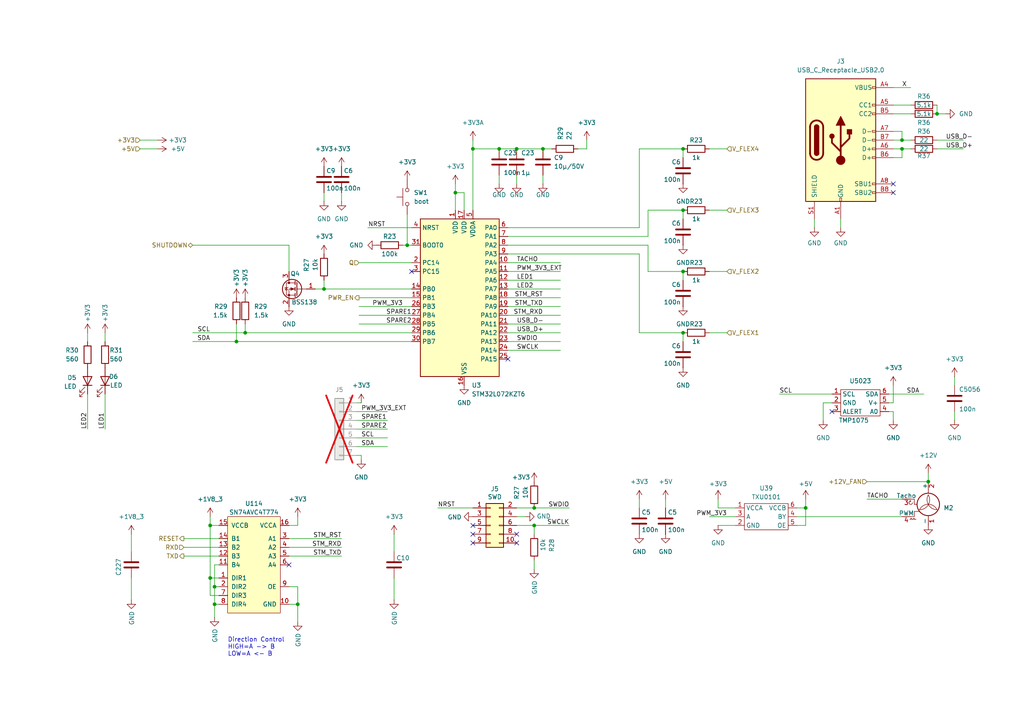
<source format=kicad_sch>
(kicad_sch (version 20231120) (generator "eeschema") (generator_version "8.0")
  (paper "A4")
  (junction (at 93.98 83.82))
  (junction (at 198.12 78.74))
  (junction (at 269.24 139.7))
  (junction (at 261.62 40.64))
  (junction (at 71.12 96.52))
  (junction (at 198.12 43.18))
  (junction (at 86.36 175.26))
  (junction (at 149.86 43.18))
  (junction (at 261.62 43.18))
  (junction (at 137.16 43.18))
  (junction (at 233.68 147.32))
  (junction (at 60.96 152.4))
  (junction (at 198.12 96.52))
  (junction (at 62.23 170.18))
  (junction (at 144.78 43.18))
  (junction (at 154.94 147.32))
  (junction (at 60.96 167.64))
  (junction (at 157.48 43.18))
  (junction (at 62.23 175.26))
  (junction (at 154.94 152.4))
  (junction (at 132.08 55.88))
  (junction (at 198.12 60.96))
  (junction (at 68.58 99.06))
  (junction (at 271.78 33.02))
  (junction (at 118.11 71.12))
  (no_connect (at 259.08 55.88))
  (no_connect (at 83.82 163.83))
  (no_connect (at 137.16 157.48))
  (no_connect (at 119.38 78.74))
  (no_connect (at 137.16 154.94))
  (no_connect (at 149.86 157.48))
  (no_connect (at 241.3 119.38))
  (no_connect (at 149.86 154.94))
  (no_connect (at 259.08 53.34))
  (no_connect (at 137.16 152.4))
  (no_connect (at 147.32 104.14))
  (wire (pts (xy 137.16 43.18) (xy 137.16 60.96)))
  (wire (pts (xy 231.14 147.32) (xy 233.68 147.32)))
  (wire (pts (xy 62.23 170.18) (xy 62.23 175.26)))
  (wire (pts (xy 238.76 116.84) (xy 238.76 121.92)))
  (wire (pts (xy 71.12 93.98) (xy 71.12 96.52)))
  (wire (pts (xy 60.96 167.64) (xy 63.5 167.64)))
  (wire (pts (xy 116.84 71.12) (xy 118.11 71.12)))
  (wire (pts (xy 60.96 167.64) (xy 60.96 172.72)))
  (wire (pts (xy 259.08 33.02) (xy 264.16 33.02)))
  (wire (pts (xy 185.42 43.18) (xy 185.42 66.04)))
  (wire (pts (xy 193.04 144.78) (xy 193.04 147.32)))
  (wire (pts (xy 276.86 119.38) (xy 276.86 121.92)))
  (wire (pts (xy 147.32 76.2) (xy 162.56 76.2)))
  (wire (pts (xy 83.82 158.75) (xy 99.06 158.75)))
  (wire (pts (xy 93.98 83.82) (xy 119.38 83.82)))
  (wire (pts (xy 185.42 73.66) (xy 185.42 96.52)))
  (wire (pts (xy 198.12 43.18) (xy 198.12 45.72)))
  (wire (pts (xy 208.28 152.4) (xy 213.36 152.4)))
  (wire (pts (xy 132.08 53.34) (xy 132.08 55.88)))
  (wire (pts (xy 233.68 152.4) (xy 233.68 147.32)))
  (wire (pts (xy 269.24 137.16) (xy 269.24 139.7)))
  (wire (pts (xy 187.96 60.96) (xy 187.96 68.58)))
  (wire (pts (xy 147.32 86.36) (xy 162.56 86.36)))
  (wire (pts (xy 152.4 149.86) (xy 149.86 149.86)))
  (wire (pts (xy 147.32 96.52) (xy 162.56 96.52)))
  (wire (pts (xy 104.14 86.36) (xy 119.38 86.36)))
  (wire (pts (xy 261.62 40.64) (xy 264.16 40.64)))
  (wire (pts (xy 147.32 99.06) (xy 162.56 99.06)))
  (wire (pts (xy 104.14 91.44) (xy 119.38 91.44)))
  (wire (pts (xy 205.74 78.74) (xy 210.82 78.74)))
  (wire (pts (xy 127 147.32) (xy 137.16 147.32)))
  (wire (pts (xy 149.86 43.18) (xy 157.48 43.18)))
  (wire (pts (xy 104.775 132.08) (xy 104.775 133.35)))
  (wire (pts (xy 86.36 149.86) (xy 86.36 152.4)))
  (wire (pts (xy 147.32 93.98) (xy 162.56 93.98)))
  (wire (pts (xy 154.94 147.32) (xy 149.86 147.32)))
  (wire (pts (xy 86.36 170.18) (xy 86.36 175.26)))
  (wire (pts (xy 257.81 114.3) (xy 267.97 114.3)))
  (wire (pts (xy 147.32 66.04) (xy 185.42 66.04)))
  (wire (pts (xy 103.505 129.54) (xy 112.395 129.54)))
  (wire (pts (xy 68.58 93.98) (xy 68.58 99.06)))
  (wire (pts (xy 236.22 63.5) (xy 236.22 66.04)))
  (wire (pts (xy 147.32 81.28) (xy 162.56 81.28)))
  (wire (pts (xy 261.62 38.1) (xy 261.62 40.64)))
  (wire (pts (xy 25.4 96.52) (xy 25.4 99.06)))
  (wire (pts (xy 205.74 96.52) (xy 210.82 96.52)))
  (wire (pts (xy 103.505 116.84) (xy 104.775 116.84)))
  (wire (pts (xy 104.14 88.9) (xy 119.38 88.9)))
  (wire (pts (xy 93.98 81.28) (xy 93.98 83.82)))
  (wire (pts (xy 276.86 109.22) (xy 276.86 111.76)))
  (wire (pts (xy 149.86 50.8) (xy 149.86 53.34)))
  (wire (pts (xy 147.32 73.66) (xy 185.42 73.66)))
  (wire (pts (xy 103.505 132.08) (xy 104.775 132.08)))
  (wire (pts (xy 25.4 114.3) (xy 25.4 124.46)))
  (wire (pts (xy 103.505 124.46) (xy 112.395 124.46)))
  (wire (pts (xy 62.23 163.83) (xy 62.23 170.18)))
  (wire (pts (xy 243.84 63.5) (xy 243.84 66.04)))
  (wire (pts (xy 187.96 78.74) (xy 198.12 78.74)))
  (wire (pts (xy 103.505 127) (xy 112.395 127)))
  (wire (pts (xy 144.78 50.8) (xy 144.78 53.34)))
  (wire (pts (xy 93.98 55.88) (xy 93.98 58.42)))
  (wire (pts (xy 99.06 55.88) (xy 99.06 58.42)))
  (wire (pts (xy 147.32 78.74) (xy 162.56 78.74)))
  (wire (pts (xy 198.12 78.74) (xy 198.12 81.28)))
  (wire (pts (xy 106.68 66.04) (xy 119.38 66.04)))
  (wire (pts (xy 187.96 60.96) (xy 198.12 60.96)))
  (wire (pts (xy 165.1 152.4) (xy 154.94 152.4)))
  (wire (pts (xy 157.48 50.8) (xy 157.48 53.34)))
  (wire (pts (xy 68.58 99.06) (xy 119.38 99.06)))
  (wire (pts (xy 261.62 45.72) (xy 259.08 45.72)))
  (wire (pts (xy 271.78 43.18) (xy 279.4 43.18)))
  (wire (pts (xy 154.94 152.4) (xy 149.86 152.4)))
  (wire (pts (xy 154.94 162.56) (xy 154.94 165.1)))
  (wire (pts (xy 60.96 152.4) (xy 60.96 167.64)))
  (wire (pts (xy 144.78 43.18) (xy 149.86 43.18)))
  (wire (pts (xy 83.82 170.18) (xy 86.36 170.18)))
  (wire (pts (xy 147.32 68.58) (xy 187.96 68.58)))
  (wire (pts (xy 134.62 55.88) (xy 132.08 55.88)))
  (wire (pts (xy 198.12 96.52) (xy 198.12 99.06)))
  (wire (pts (xy 83.82 175.26) (xy 86.36 175.26)))
  (wire (pts (xy 147.32 83.82) (xy 162.56 83.82)))
  (wire (pts (xy 137.16 43.18) (xy 144.78 43.18)))
  (wire (pts (xy 185.42 43.18) (xy 198.12 43.18)))
  (wire (pts (xy 71.12 96.52) (xy 119.38 96.52)))
  (wire (pts (xy 187.96 71.12) (xy 187.96 78.74)))
  (wire (pts (xy 118.11 71.12) (xy 119.38 71.12)))
  (wire (pts (xy 185.42 144.78) (xy 185.42 147.32)))
  (wire (pts (xy 104.14 76.2) (xy 119.38 76.2)))
  (wire (pts (xy 40.64 43.18) (xy 45.72 43.18)))
  (wire (pts (xy 114.3 154.94) (xy 114.3 160.02)))
  (wire (pts (xy 83.82 156.21) (xy 99.06 156.21)))
  (wire (pts (xy 38.1 154.94) (xy 38.1 160.02)))
  (wire (pts (xy 251.46 139.7) (xy 269.24 139.7)))
  (wire (pts (xy 231.14 152.4) (xy 233.68 152.4)))
  (wire (pts (xy 55.88 99.06) (xy 68.58 99.06)))
  (wire (pts (xy 226.06 114.3) (xy 241.3 114.3)))
  (wire (pts (xy 60.96 149.86) (xy 60.96 152.4)))
  (wire (pts (xy 261.62 40.64) (xy 259.08 40.64)))
  (wire (pts (xy 63.5 163.83) (xy 62.23 163.83)))
  (wire (pts (xy 134.62 55.88) (xy 134.62 60.96)))
  (wire (pts (xy 83.82 161.29) (xy 99.06 161.29)))
  (wire (pts (xy 62.23 175.26) (xy 62.23 179.07)))
  (wire (pts (xy 55.88 96.52) (xy 71.12 96.52)))
  (wire (pts (xy 38.1 167.64) (xy 38.1 173.99)))
  (wire (pts (xy 257.81 116.84) (xy 259.08 116.84)))
  (wire (pts (xy 30.48 114.3) (xy 30.48 124.46)))
  (wire (pts (xy 259.08 38.1) (xy 261.62 38.1)))
  (wire (pts (xy 147.32 91.44) (xy 162.56 91.44)))
  (wire (pts (xy 154.94 154.94) (xy 154.94 152.4)))
  (wire (pts (xy 147.32 71.12) (xy 187.96 71.12)))
  (wire (pts (xy 208.28 144.78) (xy 208.28 147.32)))
  (wire (pts (xy 62.23 175.26) (xy 63.5 175.26)))
  (wire (pts (xy 53.34 161.29) (xy 63.5 161.29)))
  (wire (pts (xy 40.64 40.64) (xy 45.72 40.64)))
  (wire (pts (xy 205.74 43.18) (xy 210.82 43.18)))
  (wire (pts (xy 63.5 172.72) (xy 60.96 172.72)))
  (wire (pts (xy 261.62 43.18) (xy 261.62 45.72)))
  (wire (pts (xy 170.18 40.64) (xy 170.18 43.18)))
  (wire (pts (xy 103.505 121.92) (xy 112.395 121.92)))
  (wire (pts (xy 60.96 152.4) (xy 63.5 152.4)))
  (wire (pts (xy 271.78 30.48) (xy 271.78 33.02)))
  (wire (pts (xy 233.68 147.32) (xy 233.68 144.78)))
  (wire (pts (xy 147.32 101.6) (xy 162.56 101.6)))
  (wire (pts (xy 104.14 93.98) (xy 119.38 93.98)))
  (wire (pts (xy 86.36 152.4) (xy 83.82 152.4)))
  (wire (pts (xy 157.48 43.18) (xy 160.02 43.18)))
  (wire (pts (xy 198.12 60.96) (xy 198.12 63.5)))
  (wire (pts (xy 137.16 40.64) (xy 137.16 43.18)))
  (wire (pts (xy 53.34 156.21) (xy 63.5 156.21)))
  (wire (pts (xy 114.3 167.64) (xy 114.3 173.99)))
  (wire (pts (xy 259.08 30.48) (xy 264.16 30.48)))
  (wire (pts (xy 205.74 149.86) (xy 213.36 149.86)))
  (wire (pts (xy 231.14 149.86) (xy 261.62 149.86)))
  (wire (pts (xy 205.74 60.96) (xy 210.82 60.96)))
  (wire (pts (xy 103.505 119.38) (xy 112.395 119.38)))
  (wire (pts (xy 91.44 83.82) (xy 93.98 83.82)))
  (wire (pts (xy 271.78 40.64) (xy 279.4 40.64)))
  (wire (pts (xy 259.08 119.38) (xy 259.08 121.92)))
  (wire (pts (xy 53.34 158.75) (xy 63.5 158.75)))
  (wire (pts (xy 165.1 147.32) (xy 154.94 147.32)))
  (wire (pts (xy 259.08 43.18) (xy 261.62 43.18)))
  (wire (pts (xy 261.62 43.18) (xy 264.16 43.18)))
  (wire (pts (xy 83.82 71.12) (xy 83.82 78.74)))
  (wire (pts (xy 208.28 147.32) (xy 213.36 147.32)))
  (wire (pts (xy 259.08 25.4) (xy 264.16 25.4)))
  (wire (pts (xy 271.78 33.02) (xy 274.32 33.02)))
  (wire (pts (xy 55.88 71.12) (xy 83.82 71.12)))
  (wire (pts (xy 251.46 144.78) (xy 261.62 144.78)))
  (wire (pts (xy 62.23 170.18) (xy 63.5 170.18)))
  (wire (pts (xy 170.18 43.18) (xy 167.64 43.18)))
  (wire (pts (xy 132.08 55.88) (xy 132.08 60.96)))
  (wire (pts (xy 259.08 116.84) (xy 259.08 111.76)))
  (wire (pts (xy 147.32 88.9) (xy 162.56 88.9)))
  (wire (pts (xy 257.81 119.38) (xy 259.08 119.38)))
  (wire (pts (xy 30.48 96.52) (xy 30.48 99.06)))
  (wire (pts (xy 118.11 62.23) (xy 118.11 71.12)))
  (wire (pts (xy 86.36 175.26) (xy 86.36 180.34)))
  (wire (pts (xy 185.42 96.52) (xy 198.12 96.52)))
  (wire (pts (xy 241.3 116.84) (xy 238.76 116.84)))
  (text "Direction Control\nHIGH=A -> B\nLOW=A <- B" (at 66.04 190.5 0) (effects (font (size 1.27 1.27)) (justify left bottom)))
  (label "SWCLK" (at 165.1 152.4 180))
  (label "SWDIO" (at 165.1 147.32 180))
  (label "PWM_3V3_EXT" (at 104.775 119.38 0))
  (label "SPARE1" (at 119.38 91.44 180))
  (label "SWDIO" (at 149.86 99.06 0))
  (label "USB_D-" (at 149.86 93.98 0))
  (label "USB_D-" (at 274.32 40.64 0))
  (label "PWM_3V3" (at 116.84 88.9 180))
  (label "SWCLK" (at 149.86 101.6 0))
  (label "STM_RST" (at 99.06 156.21 180))
  (label "USB_D+" (at 274.32 43.18 0))
  (label "X" (at 261.62 25.4 0))
  (label "STM_TXD" (at 99.06 161.29 180))
  (label "SPARE2" (at 104.775 124.46 0))
  (label "SCL" (at 226.06 114.3 0))
  (label "LED1" (at 149.86 81.28 0))
  (label "STM_RXD" (at 157.48 91.44 180))
  (label "LED2" (at 25.4 124.46 90))
  (label "SPARE1" (at 104.775 121.92 0))
  (label "STM_RST" (at 157.48 86.36 180))
  (label "SDA" (at 266.7 114.3 180))
  (label "STM_RXD" (at 99.06 158.75 180))
  (label "TACHO" (at 251.46 144.78 0))
  (label "NRST" (at 127 147.32 0))
  (label "LED2" (at 149.86 83.82 0))
  (label "SCL" (at 60.96 96.52 180))
  (label "STM_TXD" (at 157.48 88.9 180))
  (label "PWM_3V3_EXT" (at 149.86 78.74 0))
  (label "SDA" (at 104.775 129.54 0))
  (label "NRST" (at 111.76 66.04 180))
  (label "SDA" (at 60.96 99.06 180))
  (label "TACHO" (at 149.86 76.2 0))
  (label "SCL" (at 104.775 127 0))
  (label "PWM_3V3" (at 210.82 149.86 180))
  (label "SPARE2" (at 119.38 93.98 180))
  (label "USB_D+" (at 149.86 96.52 0))
  (label "LED1" (at 30.48 124.46 90))
  (hierarchical_label "RESET" (shape output) (at 53.34 156.21 180))
  (hierarchical_label "V_FLEX1" (shape input) (at 210.82 96.52 0))
  (hierarchical_label "+5V" (shape input) (at 40.64 43.18 180))
  (hierarchical_label "Q" (shape input) (at 104.14 76.2 180))
  (hierarchical_label "RXD" (shape input) (at 53.34 158.75 180))
  (hierarchical_label "PWR_EN" (shape output) (at 104.14 86.36 180))
  (hierarchical_label "V_FLEX4" (shape input) (at 210.82 43.18 0))
  (hierarchical_label "V_FLEX3" (shape input) (at 210.82 60.96 0))
  (hierarchical_label "V_FLEX2" (shape input) (at 210.82 78.74 0))
  (hierarchical_label "+3V3" (shape input) (at 40.64 40.64 180))
  (hierarchical_label "+12V_FAN" (shape input) (at 251.46 139.7 180))
  (hierarchical_label "SHUTDOWN" (shape bidirectional) (at 55.88 71.12 180))
  (hierarchical_label "TXD" (shape output) (at 53.34 161.29 180))
  (symbol (lib_id "power:+3V3") (at 45.72 40.64 270) (unit 1)
    (property "Reference" "#PWR038" (effects (hide yes)))
    (property "Value" "+3V3" (at 48.895 40.64 90) (effects (justify left)))
    (instances (project "vfd-night-projector-clock" (path "" (reference "#PWR038") (unit 1))) (project "pi" (path "" (reference "#PWR020") (unit 1))) (project "0xaxe" (path "" (reference "#PWR092") (unit 1))) (project "flex" (path "" (reference "#PWR020") (unit 1))))
  )
  (symbol (lib_name "+3V3_2") (lib_id "power:+3V3") (at 114.3 154.94 0) (unit 1)
    (property "Reference" "#PWR0215" (effects (hide yes)))
    (property "Value" "+3V3" (at 114.3 149.86 0))
    (property "Description" "Power symbol creates a global label with name \"+3V3\"" (effects (hide yes)))
  )
  (symbol (lib_id "power:+3V3") (at 118.11 52.07 0) (mirror y) (unit 1)
    (property "Reference" "#PWR038" (effects (hide yes)))
    (property "Value" "+3V3" (at 118.11 46.99 0))
    (instances (project "vfd-night-projector-clock" (path "" (reference "#PWR038") (unit 1))) (project "pi" (path "" (reference "#PWR020") (unit 1))) (project "eload" (path "" (reference "#PWR016") (unit 1))) (project "0xaxe" (path "" (reference "#PWR0108") (unit 1))))
  )
  (symbol (lib_id "power:GND") (at 62.23 179.07 0) (unit 1)
    (property "Reference" "#PWR013" (effects (hide yes)))
    (property "Value" "GND" (at 62.357 182.3212 90) (effects (justify right)))
    (property "Description" "Power symbol creates a global label with name \"GND\" , ground" (effects (hide yes)))
  )
  (symbol (lib_id "Device:C") (at 149.86 46.99 0) (unit 1)
    (property "Reference" "C23" (at 151.13 45.085 0) (effects (justify left bottom)))
    (property "Value" "1µ" (at 151.13 50.8 0) (effects (justify left bottom)))
    (property "Footprint" "Capacitor_SMD:C_0805_2012Metric" (effects (hide yes)))
    (instances (project "pi" (path "" (reference "C23") (unit 1))) (project "eload" (path "" (reference "C14") (unit 1))) (project "0xaxe" (path "" (reference "C29") (unit 1))))
  )
  (symbol (lib_id "power:GND") (at 198.12 88.9 0) (unit 1)
    (property "Reference" "#PWR0124" (effects (hide yes)))
    (property "Value" "GND" (at 198.12 93.98 0))
    (property "Description" "Power symbol creates a global label with name \"GND\" , ground" (effects (hide yes)))
  )
  (symbol (lib_id "clock-rescue:R") (at 267.97 43.18 270) (unit 1)
    (property "Reference" "R37" (at 267.97 45.212 90))
    (property "Value" "22" (at 267.97 43.18 90))
    (property "Footprint" "Resistor_SMD:R_0805_2012Metric" (effects (hide yes)))
    (instances (project "clockmicro" (path "" (reference "R37") (unit 1))) (project "fanpi" (path "" (reference "R20") (unit 1))) (project "vfd-night-projector-clock" (path "" (reference "R28") (unit 1))) (project "pi" (path "" (reference "R2") (unit 1))) (project "0xaxe" (path "" (reference "R22") (unit 1))))
  )
  (symbol (lib_id "power:GND") (at 238.76 121.92 0) (unit 1)
    (property "Reference" "#PWR0133" (effects (hide yes)))
    (property "Value" "GND" (at 238.76 127 0))
    (property "Description" "Power symbol creates a global label with name \"GND\" , ground" (effects (hide yes)))
  )
  (symbol (lib_id "power:GND") (at 137.16 149.86 270) (unit 1)
    (property "Reference" "#PWR011" (effects (hide yes)))
    (property "Value" "GND" (at 133.9088 149.987 90) (effects (justify right)))
    (property "Description" "Power symbol creates a global label with name \"GND\" , ground" (effects (hide yes)))
    (instances (project "dwc-hat" (path "" (reference "#PWR011") (unit 1))) (project "fanpi" (path "" (reference "#PWR011") (unit 1))) (project "vfd-night-projector-clock" (path "" (reference "#PWR041") (unit 1))) (project "pi" (path "" (reference "#PWR02") (unit 1))) (project "0xaxe" (path "" (reference "#PWR098") (unit 1))) (project "flex" (path "" (reference "#PWR01") (unit 1))))
  )
  (symbol (lib_id "power:+3V3") (at 208.28 144.78 0) (unit 1)
    (property "Reference" "#PWR0204" (effects (hide yes)))
    (property "Value" "+3V3" (at 208.28 140.335 0))
    (instances (project "pi" (path "" (reference "#PWR0204") (unit 1))) (project "0xaxe" (path "" (reference "#PWR0126") (unit 1))) (project "flex" (path "" (reference "#PWR03") (unit 1))))
  )
  (symbol (lib_id "power:GND") (at 198.12 71.12 0) (unit 1)
    (property "Reference" "#PWR0123" (effects (hide yes)))
    (property "Value" "GND" (at 198.12 76.2 0))
    (property "Description" "Power symbol creates a global label with name \"GND\" , ground" (effects (hide yes)))
  )
  (symbol (lib_id "power:GND") (at 149.86 53.34 0) (unit 1)
    (property "Reference" "#PWR045" (effects (hide yes)))
    (property "Value" "GND" (at 149.86 56.515 0))
    (property "Description" "Power symbol creates a global label with name \"GND\" , ground" (effects (hide yes)))
    (instances (project "eload" (path "" (reference "#PWR045") (unit 1))) (project "0xaxe" (path "" (reference "#PWR0114") (unit 1))))
  )
  (symbol (lib_name "+3V3_1") (lib_id "power:+3V3") (at 259.08 111.76 0) (unit 1)
    (property "Reference" "#PWR0132" (effects (hide yes)))
    (property "Value" "+3V3" (at 259.08 106.68 0))
    (property "Description" "Power symbol creates a global label with name \"+3V3\"" (effects (hide yes)))
  )
  (symbol (lib_id "power:GND") (at 236.22 66.04 0) (unit 1)
    (property "Reference" "#PWR090" (effects (hide yes)))
    (property "Value" "GND" (at 236.22 70.485 0))
    (property "Description" "Power symbol creates a global label with name \"GND\" , ground" (effects (hide yes)))
  )
  (symbol (lib_id "power:GND") (at 154.94 165.1 0) (unit 1)
    (property "Reference" "#PWR013" (effects (hide yes)))
    (property "Value" "GND" (at 155.067 168.3512 90) (effects (justify right)))
    (property "Description" "Power symbol creates a global label with name \"GND\" , ground" (effects (hide yes)))
    (instances (project "dwc-hat" (path "" (reference "#PWR013") (unit 1))) (project "fanpi" (path "" (reference "#PWR015") (unit 1))) (project "vfd-night-projector-clock" (path "" (reference "#PWR043") (unit 1))) (project "pi" (path "" (reference "#PWR06") (unit 1))) (project "0xaxe" (path "" (reference "#PWR0107") (unit 1))) (project "flex" (path "" (reference "#PWR08") (unit 1))))
  )
  (symbol (lib_id "vfd1-rescue:C") (at 99.06 52.07 0) (unit 1)
    (property "Reference" "C6" (at 99.695 49.53 0) (effects (justify left)))
    (property "Value" "100n" (at 99.695 54.61 0) (effects (justify left)))
    (property "Footprint" "Capacitor_SMD:C_0805_2012Metric" (effects (hide yes)))
    (instances (project "vfd-night-projector-clock" (path "" (reference "C6") (unit 1))) (project "pi" (path "" (reference "C4") (unit 1))) (project "0xaxe" (path "" (reference "C27") (unit 1))) (project "flex" (path "" (reference "C2") (unit 1))))
  )
  (symbol (lib_id "power:GND") (at 99.06 58.42 0) (unit 1)
    (property "Reference" "#PWR052" (effects (hide yes)))
    (property "Value" "GND" (at 99.06 63.5 0))
    (property "Description" "Power symbol creates a global label with name \"GND\" , ground" (effects (hide yes)))
    (instances (project "vfd-night-projector-clock" (path "" (reference "#PWR052") (unit 1))) (project "pi" (path "" (reference "#PWR015") (unit 1))) (project "0xaxe" (path "" (reference "#PWR0103") (unit 1))) (project "flex" (path "" (reference "#PWR016") (unit 1))))
  )
  (symbol (lib_id "Device:R") (at 30.48 102.87 0) (unit 1)
    (property "Reference" "R31" (at 31.75 101.6 0) (effects (justify left)))
    (property "Value" "560" (at 31.75 104.14 0) (effects (justify left)))
    (property "Footprint" "Resistor_SMD:R_0805_2012Metric" (effects (hide yes)))
    (instances (project "pi" (path "" (reference "R31") (unit 1))) (project "0xaxe" (path "" (reference "R30") (unit 1))) (project "flex" (path "" (reference "R6") (unit 1))))
  )
  (symbol (lib_id "Switch:SW_Push") (at 118.11 57.15 90) (unit 1)
    (property "Reference" "SW1" (at 120.015 55.88 90) (effects (justify right)))
    (property "Value" "boot" (at 120.015 58.42 90) (effects (justify right)))
    (property "Footprint" "Button_Switch_SMD:SW_Push_1P1T_NO_CK_KMR2" (effects (hide yes)))
    (property "Distributor" "D" (effects (hide yes)))
    (property "Manufacturer" "KMR231NG ULC LFS" (effects (hide yes)))
    (property "OrderNr" "CKN10284CT-ND" (effects (hide yes)))
  )
  (symbol (lib_id "power:+12V") (at 269.24 137.16 0) (unit 1)
    (property "Reference" "#PWR087" (effects (hide yes)))
    (property "Value" "+12V" (at 269.24 132.08 0))
    (property "Description" "Power symbol creates a global label with name \"+12V\"" (effects (hide yes)))
  )
  (symbol (lib_name "+3V3_2") (lib_id "power:+3V3") (at 104.775 116.84 0) (unit 1)
    (property "Reference" "#PWR0233" (effects (hide yes)))
    (property "Value" "+3V3" (at 104.775 111.76 0))
    (property "Description" "Power symbol creates a global label with name \"+3V3\"" (effects (hide yes)))
  )
  (symbol (lib_id "power:GND") (at 114.3 173.99 0) (unit 1)
    (property "Reference" "#PWR0138" (effects (hide yes)))
    (property "Value" "GND" (at 114.427 177.2412 90) (effects (justify right)))
    (property "Description" "Power symbol creates a global label with name \"GND\" , ground" (effects (hide yes)))
  )
  (symbol (lib_id "mylib7:+3V3A") (at 137.16 40.64 0) (unit 1)
    (property "Reference" "#PWR031" (effects (hide yes)))
    (property "Value" "+3V3A" (at 137.16 35.56 0))
    (instances (project "eload" (path "" (reference "#PWR031") (unit 1))) (project "0xaxe" (path "" (reference "#PWR0111") (unit 1))))
  )
  (symbol (lib_name "GND_3") (lib_id "power:GND") (at 104.775 133.35 0) (unit 1)
    (property "Reference" "#PWR0234" (effects (hide yes)))
    (property "Value" "GND" (at 104.775 138.43 0))
    (property "Description" "Power symbol creates a global label with name \"GND\" , ground" (effects (hide yes)))
  )
  (symbol (lib_id "power:GND") (at 185.42 154.94 0) (unit 1)
    (property "Reference" "#PWR053" (effects (hide yes)))
    (property "Value" "GND" (at 185.42 160.02 0))
    (property "Description" "Power symbol creates a global label with name \"GND\" , ground" (effects (hide yes)))
    (instances (project "vfd-night-projector-clock" (path "" (reference "#PWR053") (unit 1))) (project "pi" (path "" (reference "#PWR018") (unit 1))) (project "0xaxe" (path "" (reference "#PWR0119") (unit 1))) (project "flex" (path "" (reference "#PWR018") (unit 1))))
  )
  (symbol (lib_id "Device:C") (at 157.48 46.99 0) (unit 1)
    (property "Reference" "C9" (at 160.655 45.72 0) (effects (justify left)))
    (property "Value" "10µ/50V" (at 160.655 48.26 0) (effects (justify left)))
    (property "Footprint" "Capacitor_SMD:C_1206_3216Metric" (effects (hide yes)))
    (instances (project "eload" (path "" (reference "C9") (unit 1))) (project "0xaxe" (path "" (reference "C30") (unit 1))))
  )
  (symbol (lib_id "power:GND") (at 274.32 33.02 90) (unit 1)
    (property "Reference" "#PWR095" (effects (hide yes)))
    (property "Value" "GND" (at 278.13 33.0199 90) (effects (justify right)))
    (property "Description" "Power symbol creates a global label with name \"GND\" , ground" (effects (hide yes)))
  )
  (symbol (lib_id "vfd1-rescue:C") (at 185.42 151.13 0) (unit 1)
    (property "Reference" "C5" (at 186.055 148.59 0) (effects (justify left)))
    (property "Value" "100n" (at 186.055 153.67 0) (effects (justify left)))
    (property "Footprint" "Capacitor_SMD:C_0805_2012Metric" (effects (hide yes)))
    (instances (project "vfd-night-projector-clock" (path "" (reference "C5") (unit 1))) (project "pi" (path "" (reference "C5") (unit 1))) (project "0xaxe" (path "" (reference "C31") (unit 1))) (project "flex" (path "" (reference "C3") (unit 1))))
  )
  (symbol (lib_id "Device:R") (at 201.93 78.74 90) (unit 1)
    (property "Reference" "R23" (at 201.93 76.2 90))
    (property "Value" "1k" (at 201.93 81.28 90))
    (property "Footprint" "Resistor_SMD:R_0805_2012Metric" (effects (hide yes)))
    (instances (project "vfd-night-projector-clock" (path "" (reference "R23") (unit 1))) (project "pi" (path "" (reference "R5") (unit 1))) (project "0xaxe" (path "" (reference "R34") (unit 1))) (project "flex" (path "" (reference "R8") (unit 1))))
  )
  (symbol (lib_id "power:+3V3") (at 99.06 48.26 0) (unit 1)
    (property "Reference" "#PWR049" (effects (hide yes)))
    (property "Value" "+3V3" (at 99.06 43.18 0))
    (instances (project "vfd-night-projector-clock" (path "" (reference "#PWR049") (unit 1))) (project "pi" (path "" (reference "#PWR014") (unit 1))) (project "0xaxe" (path "" (reference "#PWR0102") (unit 1))) (project "flex" (path "" (reference "#PWR014") (unit 1))))
  )
  (symbol (lib_id "vfd1-rescue:C") (at 93.98 52.07 0) (unit 1)
    (property "Reference" "C9" (at 94.615 49.53 0) (effects (justify left)))
    (property "Value" "100n" (at 94.615 54.61 0) (effects (justify left)))
    (property "Footprint" "Capacitor_SMD:C_0805_2012Metric" (effects (hide yes)))
    (instances (project "vfd-night-projector-clock" (path "" (reference "C9") (unit 1))) (project "pi" (path "" (reference "C3") (unit 1))) (project "0xaxe" (path "" (reference "C26") (unit 1))) (project "flex" (path "" (reference "C1") (unit 1))))
  )
  (symbol (lib_id "power:GND") (at 198.12 53.34 0) (unit 1)
    (property "Reference" "#PWR0122" (effects (hide yes)))
    (property "Value" "GND" (at 198.12 58.42 0))
    (property "Description" "Power symbol creates a global label with name \"GND\" , ground" (effects (hide yes)))
  )
  (symbol (lib_id "power:+3V3") (at 132.08 53.34 0) (mirror y) (unit 1)
    (property "Reference" "#PWR038" (effects (hide yes)))
    (property "Value" "+3V3" (at 132.08 48.26 0))
    (instances (project "vfd-night-projector-clock" (path "" (reference "#PWR038") (unit 1))) (project "pi" (path "" (reference "#PWR020") (unit 1))) (project "eload" (path "" (reference "#PWR016") (unit 1))) (project "0xaxe" (path "" (reference "#PWR0109") (unit 1))))
  )
  (symbol (lib_id "mylib7:+1V8_3") (at 38.1 154.94 0) (unit 1)
    (property "Reference" "#PWR0255" (effects (hide yes)))
    (property "Value" "+1V8_3" (at 38.1 149.86 0))
    (property "Description" "Power symbol creates a global label with name \"+1V8\"" (effects (hide yes)))
  )
  (symbol (lib_id "power:+3V3") (at 185.42 144.78 0) (unit 1)
    (property "Reference" "#PWR048" (effects (hide yes)))
    (property "Value" "+3V3" (at 185.42 139.7 0))
    (instances (project "vfd-night-projector-clock" (path "" (reference "#PWR048") (unit 1))) (project "pi" (path "" (reference "#PWR017") (unit 1))) (project "0xaxe" (path "" (reference "#PWR0118") (unit 1))) (project "flex" (path "" (reference "#PWR017") (unit 1))))
  )
  (symbol (lib_id "power:GND") (at 93.98 58.42 0) (unit 1)
    (property "Reference" "#PWR051" (effects (hide yes)))
    (property "Value" "GND" (at 93.98 63.5 0))
    (property "Description" "Power symbol creates a global label with name \"GND\" , ground" (effects (hide yes)))
    (instances (project "vfd-night-projector-clock" (path "" (reference "#PWR051") (unit 1))) (project "pi" (path "" (reference "#PWR013") (unit 1))) (project "0xaxe" (path "" (reference "#PWR0100") (unit 1))) (project "flex" (path "" (reference "#PWR013") (unit 1))))
  )
  (symbol (lib_id "power:GND") (at 243.84 66.04 0) (unit 1)
    (property "Reference" "#PWR091" (effects (hide yes)))
    (property "Value" "GND" (at 243.84 70.485 0))
    (property "Description" "Power symbol creates a global label with name \"GND\" , ground" (effects (hide yes)))
  )
  (symbol (lib_id "dwc-hat-rescue:R-Device") (at 154.94 143.51 0) (mirror x) (unit 1)
    (property "Reference" "R27" (at 149.86 140.97 90) (effects (justify left)))
    (property "Value" "10k" (at 152.4 140.97 90) (effects (justify left)))
    (property "Footprint" "Resistor_SMD:R_0805_2012Metric" (effects (hide yes)))
    (instances (project "dwc-hat" (path "" (reference "R27") (unit 1))) (project "fanpi" (path "" (reference "R3") (unit 1))) (project "vfd-night-projector-clock" (path "" (reference "R24") (unit 1))) (project "pi" (path "" (reference "R3") (unit 1))) (project "0xaxe" (path "" (reference "R26") (unit 1))) (project "flex" (path "" (reference "R3") (unit 1))))
  )
  (symbol (lib_id "clock-rescue:R") (at 267.97 30.48 270) (unit 1)
    (property "Reference" "R36" (at 267.97 27.94 90))
    (property "Value" "5.1k" (at 267.97 30.48 90))
    (property "Footprint" "Resistor_SMD:R_0805_2012Metric" (effects (hide yes)))
    (instances (project "clockmicro" (path "" (reference "R36") (unit 1))) (project "fanpi" (path "" (reference "R19") (unit 1))) (project "vfd-night-projector-clock" (path "" (reference "R27") (unit 1))) (project "pi" (path "" (reference "R1") (unit 1))) (project "0xaxe" (path "" (reference "R19") (unit 1))))
  )
  (symbol (lib_id "clock-rescue:R") (at 267.97 40.64 270) (unit 1)
    (property "Reference" "R36" (at 267.97 38.1 90))
    (property "Value" "22" (at 267.97 40.64 90))
    (property "Footprint" "Resistor_SMD:R_0805_2012Metric" (effects (hide yes)))
    (instances (project "clockmicro" (path "" (reference "R36") (unit 1))) (project "fanpi" (path "" (reference "R19") (unit 1))) (project "vfd-night-projector-clock" (path "" (reference "R27") (unit 1))) (project "pi" (path "" (reference "R1") (unit 1))) (project "0xaxe" (path "" (reference "R21") (unit 1))))
  )
  (symbol (lib_name "+3V3_2") (lib_id "power:+3V3") (at 86.36 149.86 0) (unit 1)
    (property "Reference" "#PWR038" (effects (hide yes)))
    (property "Value" "+3V3" (at 86.36 144.78 0))
    (property "Description" "Power symbol creates a global label with name \"+3V3\"" (effects (hide yes)))
  )
  (symbol (lib_id "clock-rescue:R") (at 267.97 33.02 270) (mirror x) (unit 1)
    (property "Reference" "R36" (at 267.97 35.56 90))
    (property "Value" "5.1k" (at 267.97 33.02 90))
    (property "Footprint" "Resistor_SMD:R_0805_2012Metric" (effects (hide yes)))
    (instances (project "clockmicro" (path "" (reference "R36") (unit 1))) (project "fanpi" (path "" (reference "R19") (unit 1))) (project "vfd-night-projector-clock" (path "" (reference "R27") (unit 1))) (project "pi" (path "" (reference "R1") (unit 1))) (project "0xaxe" (path "" (reference "R20") (unit 1))))
  )
  (symbol (lib_id "power:GND") (at 109.22 71.12 270) (unit 1)
    (property "Reference" "#PWR040" (effects (hide yes)))
    (property "Value" "GND" (at 105.41 71.1199 90) (effects (justify right)))
    (property "Description" "Power symbol creates a global label with name \"GND\" , ground" (effects (hide yes)))
    (instances (project "vfd-night-projector-clock" (path "" (reference "#PWR040") (unit 1))) (project "pi" (path "" (reference "#PWR019") (unit 1))) (project "0xaxe" (path "" (reference "#PWR0105") (unit 1))) (project "flex" (path "" (reference "#PWR019") (unit 1))))
  )
  (symbol (lib_id "Motor:Fan_4pin") (at 269.24 147.32 0) (unit 1)
    (property "Reference" "M2" (at 273.685 147.32 0) (effects (justify left)))
    (property "Value" "Fan_4pin" (effects (hide yes)))
    (property "Footprint" "Connector:FanPinHeader_1x04_P2.54mm_Vertical" (effects (hide yes)))
    (property "Datasheet" "http://www.formfactors.org/developer%5Cspecs%5Crev1_2_public.pdf" (effects (hide yes)))
    (property "Distributor" "D" (effects (hide yes)))
    (property "Manufacturer" "0470531000" (effects (hide yes)))
    (property "OrderNr" "WM4330-ND" (effects (hide yes)))
  )
  (symbol (lib_id "power:GND") (at 193.04 154.94 0) (unit 1)
    (property "Reference" "#PWR053" (effects (hide yes)))
    (property "Value" "GND" (at 193.04 160.02 0))
    (property "Description" "Power symbol creates a global label with name \"GND\" , ground" (effects (hide yes)))
    (instances (project "vfd-night-projector-clock" (path "" (reference "#PWR053") (unit 1))) (project "pi" (path "" (reference "#PWR018") (unit 1))) (project "0xaxe" (path "" (reference "#PWR0121") (unit 1))) (project "flex" (path "" (reference "#PWR018") (unit 1))))
  )
  (symbol (lib_id "power:GND") (at 86.36 180.34 0) (unit 1)
    (property "Reference" "#PWR039" (effects (hide yes)))
    (property "Value" "GND" (at 86.487 183.5912 90) (effects (justify right)))
    (property "Description" "Power symbol creates a global label with name \"GND\" , ground" (effects (hide yes)))
  )
  (symbol (lib_id "power:+5V") (at 233.68 144.78 0) (unit 1)
    (property "Reference" "#PWR0206" (effects (hide yes)))
    (property "Value" "+5V" (at 233.68 140.335 0))
    (instances (project "pi" (path "" (reference "#PWR0206") (unit 1))) (project "0xaxe" (path "" (reference "#PWR0128") (unit 1))) (project "flex" (path "" (reference "#PWR023") (unit 1))))
  )
  (symbol (lib_id "power:GND") (at 144.78 53.34 0) (unit 1)
    (property "Reference" "#PWR028" (effects (hide yes)))
    (property "Value" "GND" (at 144.78 56.515 0))
    (property "Description" "Power symbol creates a global label with name \"GND\" , ground" (effects (hide yes)))
    (instances (project "eload" (path "" (reference "#PWR028") (unit 1))) (project "0xaxe" (path "" (reference "#PWR0112") (unit 1))))
  )
  (symbol (lib_id "power:+3V3") (at 25.4 96.52 0) (unit 1)
    (property "Reference" "#PWR0171" (effects (hide yes)))
    (property "Value" "+3V3" (at 25.4 90.805 90))
    (instances (project "pi" (path "" (reference "#PWR0171") (unit 1))) (project "0xaxe" (path "" (reference "#PWR0113") (unit 1))) (project "flex" (path "" (reference "#PWR09") (unit 1))))
  )
  (symbol (lib_id "vfd1-rescue:C") (at 198.12 102.87 0) (mirror y) (unit 1)
    (property "Reference" "C6" (at 197.485 100.33 0) (effects (justify left)))
    (property "Value" "100n" (at 197.485 105.41 0) (effects (justify left)))
    (property "Footprint" "Capacitor_SMD:C_0805_2012Metric" (effects (hide yes)))
    (instances (project "vfd-night-projector-clock" (path "" (reference "C6") (unit 1))) (project "pi" (path "" (reference "C4") (unit 1))) (project "0xaxe" (path "" (reference "C36") (unit 1))) (project "flex" (path "" (reference "C2") (unit 1))))
  )
  (symbol (lib_id "Device:C") (at 144.78 46.99 0) (unit 1)
    (property "Reference" "C23" (at 146.05 45.085 0) (effects (justify left bottom)))
    (property "Value" "100n" (at 146.05 50.8 0) (effects (justify left bottom)))
    (property "Footprint" "Capacitor_SMD:C_0805_2012Metric" (effects (hide yes)))
    (instances (project "pi" (path "" (reference "C23") (unit 1))) (project "eload" (path "" (reference "C15") (unit 1))) (project "0xaxe" (path "" (reference "C28") (unit 1))))
  )
  (symbol (lib_id "mylib7:TMP1075-DRL-SOT563") (at 250.19 116.84 0) (unit 1)
    (property "Reference" "U5023" (at 249.555 110.49 0))
    (property "Value" "TMP1075" (at 247.65 121.92 0))
    (property "Footprint" "myfootprints:TMP1075-DRL" (effects (hide yes)))
    (property "Distributor" "D" (effects (hide yes)))
    (property "Manufacturer" "TMP1075NDRLR" (effects (hide yes)))
    (property "OrderNr" "296-TMP1075NDRLRCT-ND" (effects (hide yes)))
    (instances (project "flex1" (path "" (reference "U5023") (unit 1))) (project "0xaxe" (path "" (reference "U12") (unit 1))))
  )
  (symbol (lib_id "Device:R") (at 201.93 60.96 90) (unit 1)
    (property "Reference" "R23" (at 201.93 58.42 90))
    (property "Value" "1k" (at 201.93 63.5 90))
    (property "Footprint" "Resistor_SMD:R_0805_2012Metric" (effects (hide yes)))
    (instances (project "vfd-night-projector-clock" (path "" (reference "R23") (unit 1))) (project "pi" (path "" (reference "R5") (unit 1))) (project "0xaxe" (path "" (reference "R33") (unit 1))) (project "flex" (path "" (reference "R8") (unit 1))))
  )
  (symbol (lib_id "dwc-hat-rescue:+3V3-power") (at 154.94 139.7 0) (unit 1)
    (property "Reference" "#PWR012" (effects (hide yes)))
    (property "Value" "+3V3" (at 151.13 138.43 0))
    (instances (project "dwc-hat" (path "" (reference "#PWR012") (unit 1))) (project "fanpi" (path "" (reference "#PWR014") (unit 1))) (project "vfd-night-projector-clock" (path "" (reference "#PWR042") (unit 1))) (project "pi" (path "" (reference "#PWR05") (unit 1))) (project "0xaxe" (path "" (reference "#PWR0106") (unit 1))) (project "flex" (path "" (reference "#PWR07") (unit 1))))
  )
  (symbol (lib_id "dwc-hat-rescue:Conn_02x05_Odd_Even-Connector_Generic") (at 142.24 152.4 0) (unit 1)
    (property "Reference" "J5" (at 143.51 141.8082 0))
    (property "Value" "SWD" (at 143.51 144.1196 0))
    (property "Footprint" "myfootprints:PinHeader_IDC_2x05_P1.27mm_Vertical_SMD" (effects (hide yes)))
    (instances (project "dwc-hat" (path "" (reference "J5") (unit 1))) (project "fanpi" (path "" (reference "J2") (unit 1))) (project "vfd-night-projector-clock" (path "" (reference "J1") (unit 1))) (project "pi" (path "" (reference "J2") (unit 1))) (project "0xaxe" (path "" (reference "J4") (unit 1))) (project "flex" (path "" (reference "J1") (unit 1))))
  )
  (symbol (lib_id "Transistor_FET:BSS138") (at 86.36 83.82 0) (mirror y) (unit 1)
    (property "Reference" "Q4" (at 86.995 79.375 0) (effects (justify left)))
    (property "Value" "BSS138" (at 92.075 87.63 0) (effects (justify left)))
    (property "Footprint" "Package_TO_SOT_SMD:SOT-23" (effects (hide yes)))
    (property "Datasheet" "https://www.onsemi.com/pub/Collateral/BSS138-D.PDF" (effects (hide yes)))
  )
  (symbol (lib_id "power:GND") (at 83.82 88.9 0) (unit 1)
    (property "Reference" "#PWR097" (effects (hide yes)))
    (property "Value" "GND" (at 83.82 93.98 0))
    (property "Description" "Power symbol creates a global label with name \"GND\" , ground" (effects (hide yes)))
  )
  (symbol (lib_id "Device:LED") (at 25.4 110.49 270) (mirror x) (unit 1)
    (property "Reference" "D5" (at 22.225 109.5375 90) (effects (justify right)))
    (property "Value" "LED" (at 22.225 112.0775 90) (effects (justify right)))
    (property "Footprint" "LED_SMD:LED_1206_3216Metric" (effects (hide yes)))
    (instances (project "pi" (path "" (reference "D5") (unit 1))) (project "0xaxe" (path "" (reference "D4") (unit 1))) (project "flex" (path "" (reference "D1") (unit 1))))
  )
  (symbol (lib_id "vfd1-rescue:C") (at 198.12 67.31 0) (mirror y) (unit 1)
    (property "Reference" "C6" (at 197.485 64.77 0) (effects (justify left)))
    (property "Value" "100n" (at 197.485 69.85 0) (effects (justify left)))
    (property "Footprint" "Capacitor_SMD:C_0805_2012Metric" (effects (hide yes)))
    (instances (project "vfd-night-projector-clock" (path "" (reference "C6") (unit 1))) (project "pi" (path "" (reference "C4") (unit 1))) (project "0xaxe" (path "" (reference "C34") (unit 1))) (project "flex" (path "" (reference "C2") (unit 1))))
  )
  (symbol (lib_id "Device:R") (at 113.03 71.12 90) (unit 1)
    (property "Reference" "R23" (at 113.03 68.58 90))
    (property "Value" "100k" (at 113.03 73.66 90))
    (property "Footprint" "Resistor_SMD:R_0805_2012Metric" (effects (hide yes)))
    (instances (project "vfd-night-projector-clock" (path "" (reference "R23") (unit 1))) (project "pi" (path "" (reference "R5") (unit 1))) (project "0xaxe" (path "" (reference "R28") (unit 1))) (project "flex" (path "" (reference "R8") (unit 1))))
  )
  (symbol (lib_name "+3V3_1") (lib_id "power:+3V3") (at 276.86 109.22 0) (unit 1)
    (property "Reference" "#PWR0130" (effects (hide yes)))
    (property "Value" "+3V3" (at 276.86 104.14 0))
    (property "Description" "Power symbol creates a global label with name \"+3V3\"" (effects (hide yes)))
  )
  (symbol (lib_id "Connector_Generic:Conn_01x07") (at 98.425 124.46 0) (mirror y) (unit 1) (in_bom no) (dnp yes)
    (property "Reference" "J5" (at 98.425 113.03 0))
    (property "Value" "Conn_01x05" (effects (hide yes)))
    (property "Footprint" "Connector_PinHeader_2.54mm:PinHeader_1x07_P2.54mm_Vertical" (effects (hide yes)))
    (property "Description" "Generic connector, single row, 01x07, script generated (kicad-library-utils/schlib/autogen/connector/)" (effects (hide yes)))
  )
  (symbol (lib_id "power:+3V3") (at 170.18 40.64 0) (unit 1)
    (property "Reference" "#PWR048" (effects (hide yes)))
    (property "Value" "+3V3" (at 170.18 35.56 0))
    (instances (project "eload" (path "" (reference "#PWR048") (unit 1))) (project "0xaxe" (path "" (reference "#PWR0117") (unit 1))))
  )
  (symbol (lib_id "Device:R") (at 201.93 43.18 90) (unit 1)
    (property "Reference" "R23" (at 201.93 40.64 90))
    (property "Value" "1k" (at 201.93 45.72 90))
    (property "Footprint" "Resistor_SMD:R_0805_2012Metric" (effects (hide yes)))
    (instances (project "vfd-night-projector-clock" (path "" (reference "R23") (unit 1))) (project "pi" (path "" (reference "R5") (unit 1))) (project "0xaxe" (path "" (reference "R32") (unit 1))) (project "flex" (path "" (reference "R8") (unit 1))))
  )
  (symbol (lib_id "vfd1-rescue:C") (at 198.12 49.53 0) (mirror y) (unit 1)
    (property "Reference" "C6" (at 197.485 46.99 0) (effects (justify left)))
    (property "Value" "100n" (at 197.485 52.07 0) (effects (justify left)))
    (property "Footprint" "Capacitor_SMD:C_0805_2012Metric" (effects (hide yes)))
    (instances (project "vfd-night-projector-clock" (path "" (reference "C6") (unit 1))) (project "pi" (path "" (reference "C4") (unit 1))) (project "0xaxe" (path "" (reference "C33") (unit 1))) (project "flex" (path "" (reference "C2") (unit 1))))
  )
  (symbol (lib_id "power:+3V3") (at 93.98 73.66 0) (mirror y) (unit 1)
    (property "Reference" "#PWR038" (effects (hide yes)))
    (property "Value" "+3V3" (at 93.98 68.58 0))
    (instances (project "vfd-night-projector-clock" (path "" (reference "#PWR038") (unit 1))) (project "pi" (path "" (reference "#PWR020") (unit 1))) (project "eload" (path "" (reference "#PWR016") (unit 1))) (project "0xaxe" (path "" (reference "#PWR0101") (unit 1))))
  )
  (symbol (lib_id "power:GND") (at 276.86 121.92 0) (unit 1)
    (property "Reference" "#PWR0129" (effects (hide yes)))
    (property "Value" "GND" (at 276.86 127 0))
    (property "Description" "Power symbol creates a global label with name \"GND\" , ground" (effects (hide yes)))
  )
  (symbol (lib_id "power:GND") (at 152.4 149.86 90) (unit 1)
    (property "Reference" "#PWR014" (effects (hide yes)))
    (property "Value" "GND" (at 155.6512 149.733 90) (effects (justify right)))
    (property "Description" "Power symbol creates a global label with name \"GND\" , ground" (effects (hide yes)))
    (instances (project "dwc-hat" (path "" (reference "#PWR014") (unit 1))) (project "fanpi" (path "" (reference "#PWR016") (unit 1))) (project "vfd-night-projector-clock" (path "" (reference "#PWR044") (unit 1))) (project "pi" (path "" (reference "#PWR07") (unit 1))) (project "0xaxe" (path "" (reference "#PWR0104") (unit 1))) (project "flex" (path "" (reference "#PWR06") (unit 1))))
  )
  (symbol (lib_id "power:+5V") (at 45.72 43.18 270) (unit 1)
    (property "Reference" "#PWR093" (effects (hide yes)))
    (property "Value" "+5V" (at 49.53 43.18 90) (effects (justify left)))
  )
  (symbol (lib_id "power:GND") (at 208.28 152.4 0) (unit 1)
    (property "Reference" "#PWR0142" (effects (hide yes)))
    (property "Value" "GND" (at 208.28 157.48 0))
    (property "Description" "Power symbol creates a global label with name \"GND\" , ground" (effects (hide yes)))
    (instances (project "pi" (path "" (reference "#PWR0142") (unit 1))) (project "0xaxe" (path "" (reference "#PWR0127") (unit 1))) (project "flex" (path "" (reference "#PWR022") (unit 1))))
  )
  (symbol (lib_id "Device:R") (at 163.83 43.18 90) (unit 1)
    (property "Reference" "R29" (at 162.56 40.64 0) (effects (justify left)))
    (property "Value" "22" (at 165.1 40.64 0) (effects (justify left)))
    (property "Footprint" "Resistor_SMD:R_0805_2012Metric" (effects (hide yes)))
    (instances (project "pi" (path "" (reference "R29") (unit 1))) (project "eload" (path "" (reference "R22") (unit 1))) (project "0xaxe" (path "" (reference "R31") (unit 1))))
  )
  (symbol (lib_id "power:+5V") (at 193.04 144.78 0) (unit 1)
    (property "Reference" "#PWR0120" (effects (hide yes)))
    (property "Value" "+5V" (at 193.04 139.7 0))
  )
  (symbol (lib_id "Device:C") (at 276.86 115.57 0) (unit 1)
    (property "Reference" "C5056" (at 278.13 113.665 0) (effects (justify left bottom)))
    (property "Value" "100n" (at 278.13 119.38 0) (effects (justify left bottom)))
    (property "Footprint" "Capacitor_SMD:C_0805_2012Metric" (effects (hide yes)))
    (instances (project "flex1" (path "" (reference "C5056") (unit 1))) (project "0xaxe" (path "" (reference "C37") (unit 1))))
  )
  (symbol (lib_id "mylib7:+1V8_3") (at 60.96 149.86 0) (unit 1)
    (property "Reference" "#PWR014" (effects (hide yes)))
    (property "Value" "+1V8_3" (at 60.96 144.78 0))
    (property "Description" "Power symbol creates a global label with name \"+1V8\"" (effects (hide yes)))
  )
  (symbol (lib_id "vfd1-rescue:C") (at 198.12 85.09 0) (mirror y) (unit 1)
    (property "Reference" "C6" (at 197.485 82.55 0) (effects (justify left)))
    (property "Value" "100n" (at 197.485 87.63 0) (effects (justify left)))
    (property "Footprint" "Capacitor_SMD:C_0805_2012Metric" (effects (hide yes)))
    (instances (project "vfd-night-projector-clock" (path "" (reference "C6") (unit 1))) (project "pi" (path "" (reference "C4") (unit 1))) (project "0xaxe" (path "" (reference "C35") (unit 1))) (project "flex" (path "" (reference "C2") (unit 1))))
  )
  (symbol (lib_id "power:+3V3") (at 71.12 86.36 0) (unit 1)
    (property "Reference" "#PWR0170" (effects (hide yes)))
    (property "Value" "+3V3" (at 71.12 80.645 90))
    (instances (project "pi" (path "" (reference "#PWR0170") (unit 1))) (project "0xaxe" (path "" (reference "#PWR096") (unit 1))) (project "flex" (path "" (reference "#PWR011") (unit 1))))
  )
  (symbol (lib_id "power:GND") (at 38.1 173.99 0) (unit 1)
    (property "Reference" "#PWR0254" (effects (hide yes)))
    (property "Value" "GND" (at 38.227 177.2412 90) (effects (justify right)))
    (property "Description" "Power symbol creates a global label with name \"GND\" , ground" (effects (hide yes)))
  )
  (symbol (lib_id "power:GND") (at 259.08 121.92 0) (unit 1)
    (property "Reference" "#PWR0131" (effects (hide yes)))
    (property "Value" "GND" (at 259.08 127 0))
    (property "Description" "Power symbol creates a global label with name \"GND\" , ground" (effects (hide yes)))
  )
  (symbol (lib_id "mylib7:TXU0101DCK") (at 222.25 149.86 0) (unit 1)
    (property "Reference" "U39" (at 222.25 141.605 0))
    (property "Value" "TXU0101" (at 222.25 144.145 0))
    (property "Footprint" "Package_TO_SOT_SMD:SOT-363_SC-70-6" (effects (hide yes)))
    (property "Distributor" "D" (effects (hide yes)))
    (property "Manufacturer" "TXU0101DCKR" (effects (hide yes)))
    (property "OrderNr" "296-TXU0101DCKRCT-ND" (effects (hide yes)))
    (instances (project "pi" (path "" (reference "U39") (unit 1))) (project "0xaxe" (path "" (reference "U11") (unit 1))) (project "flex" (path "" (reference "U3") (unit 1))))
  )
  (symbol (lib_id "power:+3V3") (at 68.58 86.36 0) (unit 1)
    (property "Reference" "#PWR0170" (effects (hide yes)))
    (property "Value" "+3V3" (at 68.58 80.645 90))
    (instances (project "pi" (path "" (reference "#PWR0170") (unit 1))) (project "0xaxe" (path "" (reference "#PWR094") (unit 1))) (project "flex" (path "" (reference "#PWR011") (unit 1))))
  )
  (symbol (lib_id "power:GND") (at 157.48 53.34 0) (unit 1)
    (property "Reference" "#PWR046" (effects (hide yes)))
    (property "Value" "GND" (at 157.48 56.515 0))
    (property "Description" "Power symbol creates a global label with name \"GND\" , ground" (effects (hide yes)))
    (instances (project "eload" (path "" (reference "#PWR046") (unit 1))) (project "0xaxe" (path "" (reference "#PWR0116") (unit 1))))
  )
  (symbol (lib_id "power:GND") (at 198.12 106.68 0) (unit 1)
    (property "Reference" "#PWR0125" (effects (hide yes)))
    (property "Value" "GND" (at 198.12 111.76 0))
    (property "Description" "Power symbol creates a global label with name \"GND\" , ground" (effects (hide yes)))
  )
  (symbol (lib_id "Device:R") (at 25.4 102.87 0) (mirror y) (unit 1)
    (property "Reference" "R30" (at 22.86 101.6 0) (effects (justify left)))
    (property "Value" "560" (at 22.86 104.14 0) (effects (justify left)))
    (property "Footprint" "Resistor_SMD:R_0805_2012Metric" (effects (hide yes)))
    (instances (project "pi" (path "" (reference "R30") (unit 1))) (project "0xaxe" (path "" (reference "R29") (unit 1))) (project "flex" (path "" (reference "R5") (unit 1))))
  )
  (symbol (lib_id "Device:LED") (at 30.48 110.49 270) (mirror x) (unit 1)
    (property "Reference" "D6" (at 34.29 109.22 90) (effects (justify right)))
    (property "Value" "LED" (at 35.56 111.76 90) (effects (justify right)))
    (property "Footprint" "LED_SMD:LED_1206_3216Metric" (effects (hide yes)))
    (instances (project "pi" (path "" (reference "D6") (unit 1))) (project "0xaxe" (path "" (reference "D5") (unit 1))) (project "flex" (path "" (reference "D2") (unit 1))))
  )
  (symbol (lib_id "vfd1-rescue:C") (at 193.04 151.13 0) (unit 1)
    (property "Reference" "C5" (at 193.675 148.59 0) (effects (justify left)))
    (property "Value" "100n" (at 193.675 153.67 0) (effects (justify left)))
    (property "Footprint" "Capacitor_SMD:C_0805_2012Metric" (effects (hide yes)))
    (instances (project "vfd-night-projector-clock" (path "" (reference "C5") (unit 1))) (project "pi" (path "" (reference "C5") (unit 1))) (project "0xaxe" (path "" (reference "C32") (unit 1))) (project "flex" (path "" (reference "C3") (unit 1))))
  )
  (symbol (lib_id "MCU_ST_STM32L0:STM32L052K6Tx") (at 132.08 86.36 0) (unit 1)
    (property "Reference" "U3" (at 136.8141 111.76 0) (effects (justify left)))
    (property "Value" "STM32L072KZT6" (at 136.8141 114.3 0) (effects (justify left)))
    (property "Footprint" "Package_QFP:LQFP-32_7x7mm_P0.8mm" (effects (hide yes)))
    (property "Distributor" "D" (effects (hide yes)))
    (property "Manufacturer" "STM32L072KZT6" (effects (hide yes)))
    (property "OrderNr" "497-19668-ND" (effects (hide yes)))
    (instances (project "vfd-night-projector-clock" (path "" (reference "U3") (unit 1))) (project "pi" (path "" (reference "U1") (unit 1))) (project "0xaxe" (path "" (reference "U10") (unit 1))) (project "flex" (path "" (reference "U2") (unit 1))))
  )
  (symbol (lib_id "Device:C") (at 38.1 163.83 180) (unit 1)
    (property "Reference" "C227" (at 33.655 161.925 90) (effects (justify left bottom)))
    (property "Value" "311-3342-1-ND" (effects (hide yes)))
    (property "Footprint" "Capacitor_SMD:C_0805_2012Metric" (effects (hide yes)))
    (property "DK" "478-KGM05AR71C104KHCT-ND" (effects (hide yes)))
    (property "PARTNO" "KGM05AR71C104KH" (effects (hide yes)))
  )
  (symbol (lib_id "Device:R") (at 201.93 96.52 90) (unit 1)
    (property "Reference" "R23" (at 201.93 93.98 90))
    (property "Value" "1k" (at 201.93 99.06 90))
    (property "Footprint" "Resistor_SMD:R_0805_2012Metric" (effects (hide yes)))
    (instances (project "vfd-night-projector-clock" (path "" (reference "R23") (unit 1))) (project "pi" (path "" (reference "R5") (unit 1))) (project "0xaxe" (path "" (reference "R35") (unit 1))) (project "flex" (path "" (reference "R8") (unit 1))))
  )
  (symbol (lib_id "Device:R") (at 68.58 90.17 0) (mirror y) (unit 1)
    (property "Reference" "R29" (at 66.04 88.9 0) (effects (justify left)))
    (property "Value" "1.5k" (at 66.04 91.44 0) (effects (justify left)))
    (property "Footprint" "Resistor_SMD:R_0805_2012Metric" (effects (hide yes)))
    (instances (project "pi" (path "" (reference "R29") (unit 1))) (project "0xaxe" (path "" (reference "R23") (unit 1))) (project "flex" (path "" (reference "R7") (unit 1))))
  )
  (symbol (lib_id "power:+3V3") (at 93.98 48.26 0) (unit 1)
    (property "Reference" "#PWR050" (effects (hide yes)))
    (property "Value" "+3V3" (at 93.98 43.18 0))
    (instances (project "vfd-night-projector-clock" (path "" (reference "#PWR050") (unit 1))) (project "pi" (path "" (reference "#PWR012") (unit 1))) (project "0xaxe" (path "" (reference "#PWR099") (unit 1))) (project "flex" (path "" (reference "#PWR012") (unit 1))))
  )
  (symbol (lib_id "bitaxe:SN74AVC4T774") (at 73.66 161.29 0) (mirror y) (unit 1)
    (property "Reference" "U114" (at 73.66 146.05 0))
    (property "Value" "SN74AVC4T774" (at 73.66 148.59 0))
    (property "Footprint" "Package_SO:TSSOP-16_4.4x5mm_P0.65mm" (effects (hide yes)))
    (property "Datasheet" "https://www.ti.com/lit/ds/symlink/sn74avc4t774.pdf" (effects (hide yes)))
    (property "DK" "296-24739-1-ND" (effects (hide yes)))
    (property "PARTNO" "SN74AVC4T774PWR" (effects (hide yes)))
  )
  (symbol (lib_id "Device:C") (at 114.3 163.83 0) (unit 1)
    (property "Reference" "C10" (at 114.935 162.56 0) (effects (justify left bottom)))
    (property "Value" "311-3342-1-ND" (effects (hide yes)))
    (property "Footprint" "Capacitor_SMD:C_0805_2012Metric" (effects (hide yes)))
    (property "DK" "478-KGM05AR71C104KHCT-ND" (effects (hide yes)))
    (property "PARTNO" "KGM05AR71C104KH" (effects (hide yes)))
  )
  (symbol (lib_id "dwc-hat-rescue:R-Device") (at 154.94 158.75 180) (unit 1)
    (property "Reference" "R28" (at 160.02 156.21 90) (effects (justify left)))
    (property "Value" "10k" (at 157.48 156.21 90) (effects (justify left)))
    (property "Footprint" "Resistor_SMD:R_0805_2012Metric" (effects (hide yes)))
    (instances (project "dwc-hat" (path "" (reference "R28") (unit 1))) (project "fanpi" (path "" (reference "R4") (unit 1))) (project "vfd-night-projector-clock" (path "" (reference "R25") (unit 1))) (project "pi" (path "" (reference "R4") (unit 1))) (project "0xaxe" (path "" (reference "R27") (unit 1))) (project "flex" (path "" (reference "R4") (unit 1))))
  )
  (symbol (lib_id "power:GND") (at 269.24 152.4 0) (unit 1)
    (property "Reference" "#PWR088" (effects (hide yes)))
    (property "Value" "GND" (at 269.24 157.48 0))
    (property "Description" "Power symbol creates a global label with name \"GND\" , ground" (effects (hide yes)))
  )
  (symbol (lib_id "dwc-hat-rescue:R-Device") (at 93.98 77.47 0) (mirror x) (unit 1)
    (property "Reference" "R27" (at 88.9 74.93 90) (effects (justify left)))
    (property "Value" "10k" (at 91.44 74.93 90) (effects (justify left)))
    (property "Footprint" "Resistor_SMD:R_0805_2012Metric" (effects (hide yes)))
    (instances (project "dwc-hat" (path "" (reference "R27") (unit 1))) (project "fanpi" (path "" (reference "R3") (unit 1))) (project "vfd-night-projector-clock" (path "" (reference "R24") (unit 1))) (project "pi" (path "" (reference "R3") (unit 1))) (project "0xaxe" (path "" (reference "R25") (unit 1))) (project "flex" (path "" (reference "R3") (unit 1))))
  )
  (symbol (lib_id "power:GND") (at 134.62 111.76 0) (unit 1)
    (property "Reference" "#PWR039" (effects (hide yes)))
    (property "Value" "GND" (at 134.62 116.84 0))
    (property "Description" "Power symbol creates a global label with name \"GND\" , ground" (effects (hide yes)))
    (instances (project "vfd-night-projector-clock" (path "" (reference "#PWR039") (unit 1))) (project "pi" (path "" (reference "#PWR021") (unit 1))) (project "0xaxe" (path "" (reference "#PWR0110") (unit 1))) (project "flex" (path "" (reference "#PWR021") (unit 1))))
  )
  (symbol (lib_id "power:+3V3") (at 30.48 96.52 0) (unit 1)
    (property "Reference" "#PWR0172" (effects (hide yes)))
    (property "Value" "+3V3" (at 30.48 90.805 90))
    (instances (project "pi" (path "" (reference "#PWR0172") (unit 1))) (project "0xaxe" (path "" (reference "#PWR0115") (unit 1))) (project "flex" (path "" (reference "#PWR010") (unit 1))))
  )
  (symbol (lib_id "Device:R") (at 71.12 90.17 0) (unit 1)
    (property "Reference" "R29" (at 73.66 88.9 0) (effects (justify left)))
    (property "Value" "1.5k" (at 73.66 91.44 0) (effects (justify left)))
    (property "Footprint" "Resistor_SMD:R_0805_2012Metric" (effects (hide yes)))
    (instances (project "pi" (path "" (reference "R29") (unit 1))) (project "0xaxe" (path "" (reference "R24") (unit 1))) (project "flex" (path "" (reference "R7") (unit 1))))
  )
  (symbol (lib_id "Connector:USB_C_Receptacle_USB2.0") (at 243.84 40.64 0) (unit 1)
    (property "Reference" "J3" (at 243.84 17.78 0))
    (property "Value" "USB_C_Receptacle_USB2.0" (at 243.84 20.32 0))
    (property "Footprint" "Connector_USB:USB_C_Receptacle_GCT_USB4105-xx-A_16P_TopMnt_Horizontal" (effects (hide yes)))
    (property "Datasheet" "https://www.usb.org/sites/default/files/documents/usb_type-c.zip" (effects (hide yes)))
    (property "Distributor" "D" (effects (hide yes)))
    (property "Manufacturer" "USB4105-GF-A" (effects (hide yes)))
    (property "OrderNr" "2073-USB4105-GF-ACT-ND" (effects (hide yes)))
  )
)
</source>
